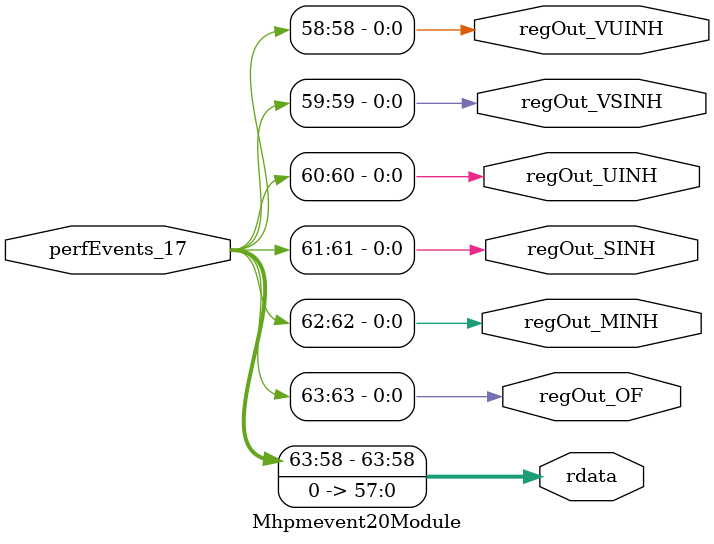
<source format=v>
module Mhpmevent20Module(
  output [63:0] rdata,
  output        regOut_OF,
  output        regOut_MINH,
  output        regOut_SINH,
  output        regOut_UINH,
  output        regOut_VSINH,
  output        regOut_VUINH,
  input  [63:0] perfEvents_17
);

  assign rdata = {perfEvents_17[63:58], 58'h0};
  assign regOut_OF = perfEvents_17[63];
  assign regOut_MINH = perfEvents_17[62];
  assign regOut_SINH = perfEvents_17[61];
  assign regOut_UINH = perfEvents_17[60];
  assign regOut_VSINH = perfEvents_17[59];
  assign regOut_VUINH = perfEvents_17[58];
endmodule


</source>
